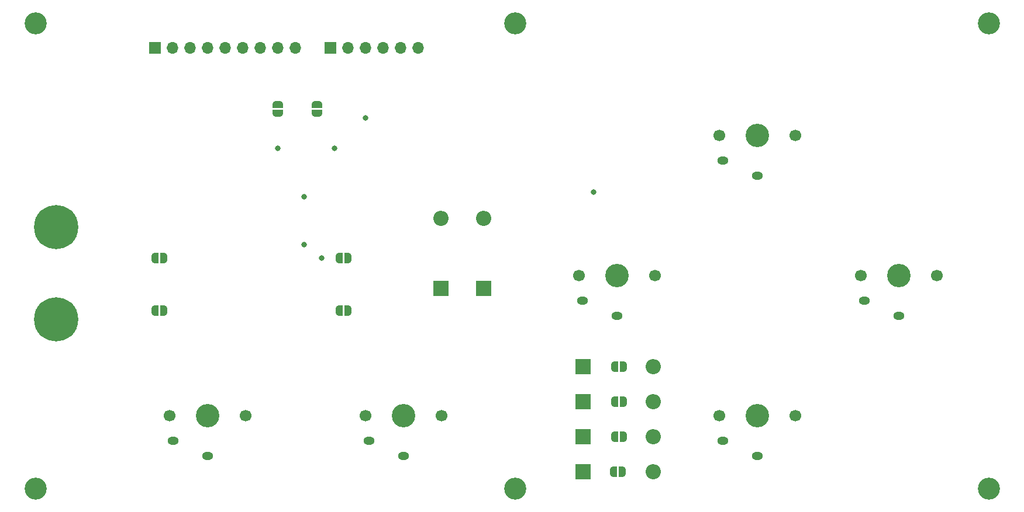
<source format=gbs>
G04 #@! TF.GenerationSoftware,KiCad,Pcbnew,7.0.10*
G04 #@! TF.CreationDate,2024-02-23T16:37:41+09:00*
G04 #@! TF.ProjectId,game_pad,67616d65-5f70-4616-942e-6b696361645f,1*
G04 #@! TF.SameCoordinates,Original*
G04 #@! TF.FileFunction,Soldermask,Bot*
G04 #@! TF.FilePolarity,Negative*
%FSLAX46Y46*%
G04 Gerber Fmt 4.6, Leading zero omitted, Abs format (unit mm)*
G04 Created by KiCad (PCBNEW 7.0.10) date 2024-02-23 16:37:41*
%MOMM*%
%LPD*%
G01*
G04 APERTURE LIST*
G04 Aperture macros list*
%AMFreePoly0*
4,1,19,0.500000,-0.750000,0.000000,-0.750000,0.000000,-0.744911,-0.071157,-0.744911,-0.207708,-0.704816,-0.327430,-0.627875,-0.420627,-0.520320,-0.479746,-0.390866,-0.500000,-0.250000,-0.500000,0.250000,-0.479746,0.390866,-0.420627,0.520320,-0.327430,0.627875,-0.207708,0.704816,-0.071157,0.744911,0.000000,0.744911,0.000000,0.750000,0.500000,0.750000,0.500000,-0.750000,0.500000,-0.750000,
$1*%
%AMFreePoly1*
4,1,19,0.000000,0.744911,0.071157,0.744911,0.207708,0.704816,0.327430,0.627875,0.420627,0.520320,0.479746,0.390866,0.500000,0.250000,0.500000,-0.250000,0.479746,-0.390866,0.420627,-0.520320,0.327430,-0.627875,0.207708,-0.704816,0.071157,-0.744911,0.000000,-0.744911,0.000000,-0.750000,-0.500000,-0.750000,-0.500000,0.750000,0.000000,0.750000,0.000000,0.744911,0.000000,0.744911,
$1*%
G04 Aperture macros list end*
%ADD10C,1.700000*%
%ADD11C,3.400000*%
%ADD12O,1.600000X1.200000*%
%ADD13R,1.700000X1.700000*%
%ADD14O,1.700000X1.700000*%
%ADD15R,2.200000X2.200000*%
%ADD16O,2.200000X2.200000*%
%ADD17C,3.200000*%
%ADD18C,6.400000*%
%ADD19FreePoly0,270.000000*%
%ADD20FreePoly1,270.000000*%
%ADD21FreePoly0,180.000000*%
%ADD22FreePoly1,180.000000*%
%ADD23FreePoly0,0.000000*%
%ADD24FreePoly1,0.000000*%
%ADD25C,0.800000*%
G04 APERTURE END LIST*
D10*
X150290000Y-127000000D03*
D11*
X155790000Y-127000000D03*
D10*
X161290000Y-127000000D03*
D12*
X150790000Y-130700000D03*
X155790000Y-132900000D03*
D13*
X93980000Y-73660000D03*
D14*
X96520000Y-73660000D03*
X99060000Y-73660000D03*
X101600000Y-73660000D03*
X104140000Y-73660000D03*
X106680000Y-73660000D03*
D15*
X130556000Y-119888000D03*
D16*
X140716000Y-119888000D03*
D15*
X130556000Y-124968000D03*
D16*
X140716000Y-124968000D03*
D10*
X170815000Y-106680000D03*
D11*
X176315000Y-106680000D03*
D10*
X181815000Y-106680000D03*
D12*
X171315000Y-110380000D03*
X176315000Y-112580000D03*
D17*
X51300000Y-137620000D03*
X120800000Y-137620000D03*
D15*
X130556000Y-130048000D03*
D16*
X140716000Y-130048000D03*
D18*
X54300000Y-99695000D03*
D15*
X109982000Y-108585000D03*
D16*
X109982000Y-98425000D03*
D18*
X54300000Y-113030000D03*
D10*
X70700000Y-127000000D03*
D11*
X76200000Y-127000000D03*
D10*
X81700000Y-127000000D03*
D12*
X71200000Y-130700000D03*
X76200000Y-132900000D03*
D15*
X116205000Y-108585000D03*
D16*
X116205000Y-98425000D03*
D17*
X51300000Y-70120000D03*
D10*
X129970000Y-106680000D03*
D11*
X135470000Y-106680000D03*
D10*
X140970000Y-106680000D03*
D12*
X130470000Y-110380000D03*
X135470000Y-112580000D03*
D17*
X189300000Y-137620000D03*
X189300000Y-70120000D03*
D15*
X130556000Y-135128000D03*
D16*
X140716000Y-135128000D03*
D17*
X120800000Y-70120000D03*
D10*
X150280000Y-86360000D03*
D11*
X155780000Y-86360000D03*
D10*
X161280000Y-86360000D03*
D12*
X150780000Y-90060000D03*
X155780000Y-92260000D03*
D13*
X68580000Y-73660000D03*
D14*
X71120000Y-73660000D03*
X73660000Y-73660000D03*
X76200000Y-73660000D03*
X78740000Y-73660000D03*
X81280000Y-73660000D03*
X83820000Y-73660000D03*
X86360000Y-73660000D03*
X88900000Y-73660000D03*
D10*
X99060000Y-127000000D03*
D11*
X104560000Y-127000000D03*
D10*
X110060000Y-127000000D03*
D12*
X99560000Y-130700000D03*
X104560000Y-132900000D03*
D19*
X86345000Y-81900000D03*
D20*
X86345000Y-83200000D03*
D21*
X69880000Y-104140000D03*
D22*
X68580000Y-104140000D03*
D23*
X135128000Y-124968000D03*
D24*
X136428000Y-124968000D03*
D23*
X134986000Y-135128000D03*
D24*
X136286000Y-135128000D03*
D21*
X136428000Y-130048000D03*
D22*
X135128000Y-130048000D03*
D21*
X96550000Y-104140000D03*
D22*
X95250000Y-104140000D03*
D19*
X92075000Y-81885000D03*
D20*
X92075000Y-83185000D03*
D21*
X96550000Y-111760000D03*
D22*
X95250000Y-111760000D03*
D21*
X69880000Y-111760000D03*
D22*
X68580000Y-111760000D03*
D23*
X135128000Y-119888000D03*
D24*
X136428000Y-119888000D03*
D25*
X90170000Y-95250000D03*
X90170000Y-102235000D03*
X132080000Y-94615000D03*
X86360000Y-88265000D03*
X94615000Y-88265000D03*
X99060000Y-83820000D03*
X92710000Y-104140000D03*
M02*

</source>
